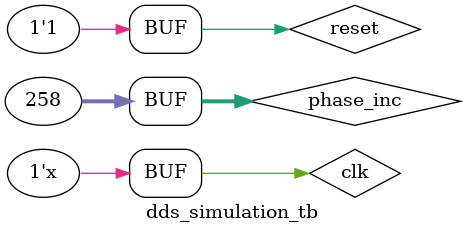
<source format=sv>
module dds_simulation_tb;
	reg clk, reset;
	reg [31:0] phase_inc;
	wire [11:0] sin_out, cos_out, squ_out, saw_out;

	//instantiate waveform_gen
	waveform_gen dut(.clk(clk), .reset(reset), .en(1'b1), .phase_inc(phase_inc), 
			 .sin_out(sin_out), .cos_out(cos_out), .squ_out(squ_out), .saw_out(saw_out));
	
	always begin
	#10 clk = ~clk;
	
	end

	initial begin
	clk =1'b0;
	reset =1'b0;
	#20 reset =1'b1;
	phase_inc = 32'h102;
	#10
	//phase_inc = 32'h1ae;
	#10;
	//phase_inc = 32'h56;
	//#10000;
	//$stop;
	end
endmodule


</source>
